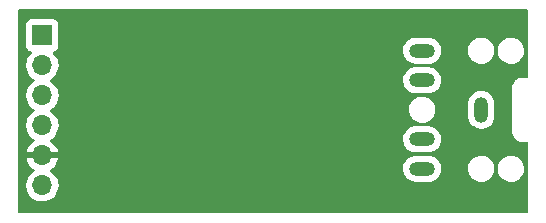
<source format=gbl>
%TF.GenerationSoftware,KiCad,Pcbnew,(6.0.5)*%
%TF.CreationDate,2024-01-21T09:56:38+01:00*%
%TF.ProjectId,pmod_audio_mono,706d6f64-5f61-4756-9469-6f5f6d6f6e6f,rev?*%
%TF.SameCoordinates,Original*%
%TF.FileFunction,Copper,L2,Bot*%
%TF.FilePolarity,Positive*%
%FSLAX46Y46*%
G04 Gerber Fmt 4.6, Leading zero omitted, Abs format (unit mm)*
G04 Created by KiCad (PCBNEW (6.0.5)) date 2024-01-21 09:56:38*
%MOMM*%
%LPD*%
G01*
G04 APERTURE LIST*
%TA.AperFunction,ComponentPad*%
%ADD10R,1.700000X1.700000*%
%TD*%
%TA.AperFunction,ComponentPad*%
%ADD11O,1.700000X1.700000*%
%TD*%
%TA.AperFunction,ComponentPad*%
%ADD12O,2.200000X1.200000*%
%TD*%
%TA.AperFunction,ComponentPad*%
%ADD13O,1.200000X2.200000*%
%TD*%
%TA.AperFunction,ViaPad*%
%ADD14C,0.800000*%
%TD*%
G04 APERTURE END LIST*
D10*
%TO.P,PMOD1,1,IO0*%
%TO.N,Net-(PMOD1-Pad1)*%
X134850000Y-92710000D03*
D11*
%TO.P,PMOD1,2,IO1*%
%TO.N,Net-(PMOD1-Pad2)*%
X134850000Y-95250000D03*
%TO.P,PMOD1,3,IO2*%
%TO.N,Net-(PMOD1-Pad3)*%
X134850000Y-97790000D03*
%TO.P,PMOD1,4,IO3*%
%TO.N,Net-(PMOD1-Pad4)*%
X134850000Y-100330000D03*
%TO.P,PMOD1,5,GND*%
%TO.N,GND*%
X134850000Y-102870000D03*
%TO.P,PMOD1,6,VCC*%
%TO.N,unconnected-(PMOD1-Pad6)*%
X134850000Y-105410000D03*
%TD*%
D12*
%TO.P,J1,R*%
%TO.N,Net-(J1-PadR)*%
X167000000Y-104000000D03*
%TO.P,J1,RN*%
%TO.N,unconnected-(J1-PadRN)*%
X167000000Y-101500000D03*
D13*
%TO.P,J1,S*%
%TO.N,Net-(J1-PadS)*%
X172000000Y-99000000D03*
D12*
%TO.P,J1,T*%
%TO.N,Net-(J1-PadT)*%
X167000000Y-94000000D03*
%TO.P,J1,TN*%
%TO.N,unconnected-(J1-PadTN)*%
X167000000Y-96500000D03*
%TD*%
D14*
%TO.N,GND*%
X156500000Y-96500000D03*
X156500000Y-102750000D03*
X159250000Y-103750000D03*
X140750000Y-101250000D03*
%TD*%
%TA.AperFunction,Conductor*%
%TO.N,GND*%
G36*
X175933621Y-90528502D02*
G01*
X175980114Y-90582158D01*
X175991500Y-90634500D01*
X175991500Y-96165500D01*
X175971498Y-96233621D01*
X175917842Y-96280114D01*
X175865500Y-96291500D01*
X175553250Y-96291500D01*
X175532345Y-96289754D01*
X175517344Y-96287230D01*
X175517341Y-96287230D01*
X175512552Y-96286424D01*
X175506276Y-96286348D01*
X175504859Y-96286330D01*
X175504856Y-96286330D01*
X175500000Y-96286271D01*
X175484110Y-96288547D01*
X175478606Y-96289211D01*
X175374310Y-96299483D01*
X175321903Y-96304645D01*
X175150650Y-96356594D01*
X175145195Y-96359510D01*
X175145192Y-96359511D01*
X175138053Y-96363327D01*
X174992822Y-96440955D01*
X174988032Y-96444886D01*
X174894316Y-96521797D01*
X174854485Y-96554485D01*
X174740955Y-96692822D01*
X174738035Y-96698285D01*
X174661807Y-96840898D01*
X174656594Y-96850650D01*
X174604645Y-97021903D01*
X174598721Y-97082049D01*
X174590504Y-97165482D01*
X174589611Y-97172519D01*
X174586309Y-97193724D01*
X174587115Y-97199888D01*
X174587104Y-97200000D01*
X174587130Y-97200000D01*
X174588803Y-97212796D01*
X174588803Y-97212797D01*
X174590436Y-97225283D01*
X174591500Y-97241620D01*
X174591500Y-100750633D01*
X174590000Y-100770018D01*
X174587690Y-100784851D01*
X174587690Y-100784855D01*
X174586309Y-100793724D01*
X174587130Y-100800000D01*
X174587104Y-100800000D01*
X174587461Y-100803625D01*
X174587461Y-100803630D01*
X174599240Y-100923218D01*
X174604645Y-100978097D01*
X174656594Y-101149350D01*
X174740955Y-101307178D01*
X174854485Y-101445515D01*
X174992822Y-101559045D01*
X174998285Y-101561965D01*
X175145192Y-101640489D01*
X175145195Y-101640490D01*
X175150650Y-101643406D01*
X175321903Y-101695355D01*
X175455677Y-101708531D01*
X175464217Y-101709668D01*
X175476010Y-101711652D01*
X175482656Y-101712770D01*
X175482658Y-101712770D01*
X175487448Y-101713576D01*
X175493724Y-101713653D01*
X175495140Y-101713670D01*
X175495143Y-101713670D01*
X175500000Y-101713729D01*
X175527624Y-101709773D01*
X175545486Y-101708500D01*
X175865500Y-101708500D01*
X175933621Y-101728502D01*
X175980114Y-101782158D01*
X175991500Y-101834500D01*
X175991500Y-107615500D01*
X175971498Y-107683621D01*
X175917842Y-107730114D01*
X175865500Y-107741500D01*
X132884500Y-107741500D01*
X132816379Y-107721498D01*
X132769886Y-107667842D01*
X132758500Y-107615500D01*
X132758500Y-105376695D01*
X133487251Y-105376695D01*
X133487548Y-105381848D01*
X133487548Y-105381851D01*
X133493011Y-105476590D01*
X133500110Y-105599715D01*
X133501247Y-105604761D01*
X133501248Y-105604767D01*
X133521119Y-105692939D01*
X133549222Y-105817639D01*
X133633266Y-106024616D01*
X133749987Y-106215088D01*
X133896250Y-106383938D01*
X134068126Y-106526632D01*
X134261000Y-106639338D01*
X134469692Y-106719030D01*
X134474760Y-106720061D01*
X134474763Y-106720062D01*
X134582017Y-106741883D01*
X134688597Y-106763567D01*
X134693772Y-106763757D01*
X134693774Y-106763757D01*
X134906673Y-106771564D01*
X134906677Y-106771564D01*
X134911837Y-106771753D01*
X134916957Y-106771097D01*
X134916959Y-106771097D01*
X135128288Y-106744025D01*
X135128289Y-106744025D01*
X135133416Y-106743368D01*
X135138366Y-106741883D01*
X135342429Y-106680661D01*
X135342434Y-106680659D01*
X135347384Y-106679174D01*
X135547994Y-106580896D01*
X135729860Y-106451173D01*
X135888096Y-106293489D01*
X135947594Y-106210689D01*
X136015435Y-106116277D01*
X136018453Y-106112077D01*
X136117430Y-105911811D01*
X136182370Y-105698069D01*
X136211529Y-105476590D01*
X136213156Y-105410000D01*
X136194852Y-105187361D01*
X136140431Y-104970702D01*
X136051354Y-104765840D01*
X135930014Y-104578277D01*
X135779670Y-104413051D01*
X135775619Y-104409852D01*
X135775615Y-104409848D01*
X135608414Y-104277800D01*
X135608410Y-104277798D01*
X135604359Y-104274598D01*
X135562569Y-104251529D01*
X135512598Y-104201097D01*
X135497826Y-104131654D01*
X135522942Y-104065248D01*
X135550294Y-104038641D01*
X135680729Y-103945604D01*
X165387787Y-103945604D01*
X165397567Y-104156899D01*
X165398971Y-104162724D01*
X165398971Y-104162725D01*
X165425331Y-104272101D01*
X165447125Y-104362534D01*
X165449607Y-104367992D01*
X165449608Y-104367996D01*
X165493053Y-104463546D01*
X165534674Y-104555087D01*
X165657054Y-104727611D01*
X165809850Y-104873881D01*
X165987548Y-104988620D01*
X165993114Y-104990863D01*
X166178168Y-105065442D01*
X166178171Y-105065443D01*
X166183737Y-105067686D01*
X166391337Y-105108228D01*
X166396899Y-105108500D01*
X167552846Y-105108500D01*
X167710566Y-105093452D01*
X167913534Y-105033908D01*
X167997111Y-104990863D01*
X168096249Y-104939804D01*
X168096252Y-104939802D01*
X168101580Y-104937058D01*
X168267920Y-104806396D01*
X168271852Y-104801865D01*
X168271855Y-104801862D01*
X168402621Y-104651167D01*
X168406552Y-104646637D01*
X168409552Y-104641451D01*
X168409555Y-104641447D01*
X168509467Y-104468742D01*
X168512473Y-104463546D01*
X168581861Y-104263729D01*
X168598219Y-104150909D01*
X168611352Y-104060336D01*
X168611352Y-104060333D01*
X168612213Y-104054396D01*
X168607177Y-103945604D01*
X170887787Y-103945604D01*
X170897567Y-104156899D01*
X170898971Y-104162724D01*
X170898971Y-104162725D01*
X170925331Y-104272101D01*
X170947125Y-104362534D01*
X170949607Y-104367992D01*
X170949608Y-104367996D01*
X170993053Y-104463546D01*
X171034674Y-104555087D01*
X171157054Y-104727611D01*
X171309850Y-104873881D01*
X171487548Y-104988620D01*
X171493114Y-104990863D01*
X171678168Y-105065442D01*
X171678171Y-105065443D01*
X171683737Y-105067686D01*
X171891337Y-105108228D01*
X171896899Y-105108500D01*
X172052846Y-105108500D01*
X172210566Y-105093452D01*
X172413534Y-105033908D01*
X172497111Y-104990863D01*
X172596249Y-104939804D01*
X172596252Y-104939802D01*
X172601580Y-104937058D01*
X172767920Y-104806396D01*
X172771852Y-104801865D01*
X172771855Y-104801862D01*
X172902621Y-104651167D01*
X172906552Y-104646637D01*
X172909552Y-104641451D01*
X172909555Y-104641447D01*
X173009467Y-104468742D01*
X173012473Y-104463546D01*
X173081861Y-104263729D01*
X173098219Y-104150909D01*
X173111352Y-104060336D01*
X173111352Y-104060333D01*
X173112213Y-104054396D01*
X173107177Y-103945604D01*
X173387787Y-103945604D01*
X173397567Y-104156899D01*
X173398971Y-104162724D01*
X173398971Y-104162725D01*
X173425331Y-104272101D01*
X173447125Y-104362534D01*
X173449607Y-104367992D01*
X173449608Y-104367996D01*
X173493053Y-104463546D01*
X173534674Y-104555087D01*
X173657054Y-104727611D01*
X173809850Y-104873881D01*
X173987548Y-104988620D01*
X173993114Y-104990863D01*
X174178168Y-105065442D01*
X174178171Y-105065443D01*
X174183737Y-105067686D01*
X174391337Y-105108228D01*
X174396899Y-105108500D01*
X174552846Y-105108500D01*
X174710566Y-105093452D01*
X174913534Y-105033908D01*
X174997111Y-104990863D01*
X175096249Y-104939804D01*
X175096252Y-104939802D01*
X175101580Y-104937058D01*
X175267920Y-104806396D01*
X175271852Y-104801865D01*
X175271855Y-104801862D01*
X175402621Y-104651167D01*
X175406552Y-104646637D01*
X175409552Y-104641451D01*
X175409555Y-104641447D01*
X175509467Y-104468742D01*
X175512473Y-104463546D01*
X175581861Y-104263729D01*
X175598219Y-104150909D01*
X175611352Y-104060336D01*
X175611352Y-104060333D01*
X175612213Y-104054396D01*
X175602433Y-103843101D01*
X175552875Y-103637466D01*
X175509525Y-103542122D01*
X175498084Y-103516959D01*
X175465326Y-103444913D01*
X175342946Y-103272389D01*
X175190150Y-103126119D01*
X175012452Y-103011380D01*
X174952354Y-102987160D01*
X174821832Y-102934558D01*
X174821829Y-102934557D01*
X174816263Y-102932314D01*
X174608663Y-102891772D01*
X174603101Y-102891500D01*
X174447154Y-102891500D01*
X174289434Y-102906548D01*
X174086466Y-102966092D01*
X174081139Y-102968836D01*
X174081138Y-102968836D01*
X173903751Y-103060196D01*
X173903748Y-103060198D01*
X173898420Y-103062942D01*
X173732080Y-103193604D01*
X173728148Y-103198135D01*
X173728145Y-103198138D01*
X173663664Y-103272446D01*
X173593448Y-103353363D01*
X173590448Y-103358549D01*
X173590445Y-103358553D01*
X173543312Y-103440026D01*
X173487527Y-103536454D01*
X173418139Y-103736271D01*
X173417278Y-103742206D01*
X173417278Y-103742208D01*
X173392400Y-103913792D01*
X173387787Y-103945604D01*
X173107177Y-103945604D01*
X173102433Y-103843101D01*
X173052875Y-103637466D01*
X173009525Y-103542122D01*
X172998084Y-103516959D01*
X172965326Y-103444913D01*
X172842946Y-103272389D01*
X172690150Y-103126119D01*
X172512452Y-103011380D01*
X172452354Y-102987160D01*
X172321832Y-102934558D01*
X172321829Y-102934557D01*
X172316263Y-102932314D01*
X172108663Y-102891772D01*
X172103101Y-102891500D01*
X171947154Y-102891500D01*
X171789434Y-102906548D01*
X171586466Y-102966092D01*
X171581139Y-102968836D01*
X171581138Y-102968836D01*
X171403751Y-103060196D01*
X171403748Y-103060198D01*
X171398420Y-103062942D01*
X171232080Y-103193604D01*
X171228148Y-103198135D01*
X171228145Y-103198138D01*
X171163664Y-103272446D01*
X171093448Y-103353363D01*
X171090448Y-103358549D01*
X171090445Y-103358553D01*
X171043312Y-103440026D01*
X170987527Y-103536454D01*
X170918139Y-103736271D01*
X170917278Y-103742206D01*
X170917278Y-103742208D01*
X170892400Y-103913792D01*
X170887787Y-103945604D01*
X168607177Y-103945604D01*
X168602433Y-103843101D01*
X168552875Y-103637466D01*
X168509525Y-103542122D01*
X168498084Y-103516959D01*
X168465326Y-103444913D01*
X168342946Y-103272389D01*
X168190150Y-103126119D01*
X168012452Y-103011380D01*
X167952354Y-102987160D01*
X167821832Y-102934558D01*
X167821829Y-102934557D01*
X167816263Y-102932314D01*
X167608663Y-102891772D01*
X167603101Y-102891500D01*
X166447154Y-102891500D01*
X166289434Y-102906548D01*
X166086466Y-102966092D01*
X166081139Y-102968836D01*
X166081138Y-102968836D01*
X165903751Y-103060196D01*
X165903748Y-103060198D01*
X165898420Y-103062942D01*
X165732080Y-103193604D01*
X165728148Y-103198135D01*
X165728145Y-103198138D01*
X165663664Y-103272446D01*
X165593448Y-103353363D01*
X165590448Y-103358549D01*
X165590445Y-103358553D01*
X165543312Y-103440026D01*
X165487527Y-103536454D01*
X165418139Y-103736271D01*
X165417278Y-103742206D01*
X165417278Y-103742208D01*
X165392400Y-103913792D01*
X165387787Y-103945604D01*
X135680729Y-103945604D01*
X135725328Y-103913792D01*
X135733200Y-103907139D01*
X135884052Y-103756812D01*
X135890730Y-103748965D01*
X136015003Y-103576020D01*
X136020313Y-103567183D01*
X136114670Y-103376267D01*
X136118469Y-103366672D01*
X136180377Y-103162910D01*
X136182555Y-103152837D01*
X136183986Y-103141962D01*
X136181775Y-103127778D01*
X136168617Y-103124000D01*
X133533225Y-103124000D01*
X133519694Y-103127973D01*
X133518257Y-103137966D01*
X133548565Y-103272446D01*
X133551645Y-103282275D01*
X133631770Y-103479603D01*
X133636413Y-103488794D01*
X133747694Y-103670388D01*
X133753777Y-103678699D01*
X133893213Y-103839667D01*
X133900580Y-103846883D01*
X134064434Y-103982916D01*
X134072881Y-103988831D01*
X134141969Y-104029203D01*
X134190693Y-104080842D01*
X134203764Y-104150625D01*
X134177033Y-104216396D01*
X134136584Y-104249752D01*
X134123607Y-104256507D01*
X134119474Y-104259610D01*
X134119471Y-104259612D01*
X133982392Y-104362534D01*
X133944965Y-104390635D01*
X133790629Y-104552138D01*
X133787715Y-104556410D01*
X133787714Y-104556411D01*
X133726166Y-104646637D01*
X133664743Y-104736680D01*
X133649003Y-104770590D01*
X133599548Y-104877132D01*
X133570688Y-104939305D01*
X133510989Y-105154570D01*
X133487251Y-105376695D01*
X132758500Y-105376695D01*
X132758500Y-100296695D01*
X133487251Y-100296695D01*
X133487548Y-100301848D01*
X133487548Y-100301851D01*
X133495200Y-100434558D01*
X133500110Y-100519715D01*
X133501247Y-100524761D01*
X133501248Y-100524767D01*
X133525024Y-100630264D01*
X133549222Y-100737639D01*
X133633266Y-100944616D01*
X133749987Y-101135088D01*
X133896250Y-101303938D01*
X134068126Y-101446632D01*
X134141955Y-101489774D01*
X134190679Y-101541412D01*
X134203750Y-101611195D01*
X134177019Y-101676967D01*
X134136562Y-101710327D01*
X134128457Y-101714546D01*
X134119738Y-101720036D01*
X133949433Y-101847905D01*
X133941726Y-101854748D01*
X133794590Y-102008717D01*
X133788104Y-102016727D01*
X133668098Y-102192649D01*
X133663000Y-102201623D01*
X133573338Y-102394783D01*
X133569775Y-102404470D01*
X133514389Y-102604183D01*
X133515912Y-102612607D01*
X133528292Y-102616000D01*
X136168344Y-102616000D01*
X136181875Y-102612027D01*
X136183180Y-102602947D01*
X136141214Y-102435875D01*
X136137894Y-102426124D01*
X136052972Y-102230814D01*
X136048105Y-102221739D01*
X135932426Y-102042926D01*
X135926136Y-102034757D01*
X135782806Y-101877240D01*
X135775273Y-101870215D01*
X135608139Y-101738222D01*
X135599556Y-101732520D01*
X135562602Y-101712120D01*
X135512631Y-101661687D01*
X135497859Y-101592245D01*
X135522975Y-101525839D01*
X135550327Y-101499232D01*
X135620130Y-101449442D01*
X135625511Y-101445604D01*
X165387787Y-101445604D01*
X165397567Y-101656899D01*
X165398971Y-101662724D01*
X165398971Y-101662725D01*
X165445249Y-101854748D01*
X165447125Y-101862534D01*
X165449607Y-101867992D01*
X165449608Y-101867996D01*
X165493053Y-101963546D01*
X165534674Y-102055087D01*
X165657054Y-102227611D01*
X165809850Y-102373881D01*
X165987548Y-102488620D01*
X165993114Y-102490863D01*
X166178168Y-102565442D01*
X166178171Y-102565443D01*
X166183737Y-102567686D01*
X166391337Y-102608228D01*
X166396899Y-102608500D01*
X167552846Y-102608500D01*
X167710566Y-102593452D01*
X167913534Y-102533908D01*
X167997111Y-102490863D01*
X168096249Y-102439804D01*
X168096252Y-102439802D01*
X168101580Y-102437058D01*
X168267920Y-102306396D01*
X168271852Y-102301865D01*
X168271855Y-102301862D01*
X168402621Y-102151167D01*
X168406552Y-102146637D01*
X168409552Y-102141451D01*
X168409555Y-102141447D01*
X168509467Y-101968742D01*
X168512473Y-101963546D01*
X168581861Y-101763729D01*
X168582722Y-101757792D01*
X168611352Y-101560336D01*
X168611352Y-101560333D01*
X168612213Y-101554396D01*
X168602433Y-101343101D01*
X168569917Y-101208180D01*
X168554281Y-101143299D01*
X168554280Y-101143297D01*
X168552875Y-101137466D01*
X168549608Y-101130279D01*
X168467806Y-100950368D01*
X168465326Y-100944913D01*
X168342946Y-100772389D01*
X168190150Y-100626119D01*
X168012452Y-100511380D01*
X167952354Y-100487160D01*
X167821832Y-100434558D01*
X167821829Y-100434557D01*
X167816263Y-100432314D01*
X167608663Y-100391772D01*
X167603101Y-100391500D01*
X166447154Y-100391500D01*
X166289434Y-100406548D01*
X166086466Y-100466092D01*
X166081139Y-100468836D01*
X166081138Y-100468836D01*
X165903751Y-100560196D01*
X165903748Y-100560198D01*
X165898420Y-100562942D01*
X165732080Y-100693604D01*
X165728148Y-100698135D01*
X165728145Y-100698138D01*
X165659474Y-100777275D01*
X165593448Y-100853363D01*
X165590448Y-100858549D01*
X165590445Y-100858553D01*
X165540485Y-100944913D01*
X165487527Y-101036454D01*
X165418139Y-101236271D01*
X165387787Y-101445604D01*
X135625511Y-101445604D01*
X135729860Y-101371173D01*
X135888096Y-101213489D01*
X135947594Y-101130689D01*
X136015435Y-101036277D01*
X136018453Y-101032077D01*
X136039136Y-100990229D01*
X136115136Y-100836453D01*
X136115137Y-100836451D01*
X136117430Y-100831811D01*
X136182370Y-100618069D01*
X136211529Y-100396590D01*
X136211611Y-100393240D01*
X136213074Y-100333365D01*
X136213074Y-100333361D01*
X136213156Y-100330000D01*
X136194852Y-100107361D01*
X136140431Y-99890702D01*
X136051354Y-99685840D01*
X135930014Y-99498277D01*
X135779670Y-99333051D01*
X135775619Y-99329852D01*
X135775615Y-99329848D01*
X135608414Y-99197800D01*
X135608410Y-99197798D01*
X135604359Y-99194598D01*
X135563053Y-99171796D01*
X135513084Y-99121364D01*
X135498312Y-99051921D01*
X135523428Y-98985516D01*
X135550780Y-98958909D01*
X135569433Y-98945604D01*
X165887787Y-98945604D01*
X165897567Y-99156899D01*
X165898971Y-99162724D01*
X165898971Y-99162725D01*
X165940020Y-99333051D01*
X165947125Y-99362534D01*
X165949607Y-99367992D01*
X165949608Y-99367996D01*
X165993053Y-99463546D01*
X166034674Y-99555087D01*
X166157054Y-99727611D01*
X166309850Y-99873881D01*
X166487548Y-99988620D01*
X166493114Y-99990863D01*
X166678168Y-100065442D01*
X166678171Y-100065443D01*
X166683737Y-100067686D01*
X166891337Y-100108228D01*
X166896899Y-100108500D01*
X167052846Y-100108500D01*
X167210566Y-100093452D01*
X167413534Y-100033908D01*
X167418862Y-100031164D01*
X167596249Y-99939804D01*
X167596252Y-99939802D01*
X167601580Y-99937058D01*
X167767920Y-99806396D01*
X167771852Y-99801865D01*
X167771855Y-99801862D01*
X167902621Y-99651167D01*
X167906552Y-99646637D01*
X167909552Y-99641451D01*
X167909555Y-99641447D01*
X167960812Y-99552846D01*
X170891500Y-99552846D01*
X170906548Y-99710566D01*
X170966092Y-99913534D01*
X170968836Y-99918861D01*
X170968836Y-99918862D01*
X171058756Y-100093452D01*
X171062942Y-100101580D01*
X171193604Y-100267920D01*
X171198135Y-100271852D01*
X171198138Y-100271855D01*
X171284058Y-100346412D01*
X171353363Y-100406552D01*
X171358549Y-100409552D01*
X171358553Y-100409555D01*
X171520665Y-100503339D01*
X171536454Y-100512473D01*
X171736271Y-100581861D01*
X171742206Y-100582722D01*
X171742208Y-100582722D01*
X171939664Y-100611352D01*
X171939667Y-100611352D01*
X171945604Y-100612213D01*
X172156899Y-100602433D01*
X172305393Y-100566646D01*
X172356701Y-100554281D01*
X172356703Y-100554280D01*
X172362534Y-100552875D01*
X172367992Y-100550393D01*
X172367996Y-100550392D01*
X172547367Y-100468836D01*
X172555087Y-100465326D01*
X172727611Y-100342946D01*
X172873881Y-100190150D01*
X172988620Y-100012452D01*
X173017898Y-99939804D01*
X173065442Y-99821832D01*
X173065443Y-99821829D01*
X173067686Y-99816263D01*
X173108228Y-99608663D01*
X173108500Y-99603101D01*
X173108500Y-98447154D01*
X173093452Y-98289434D01*
X173033908Y-98086466D01*
X172973325Y-97968836D01*
X172939804Y-97903751D01*
X172939802Y-97903748D01*
X172937058Y-97898420D01*
X172806396Y-97732080D01*
X172801865Y-97728148D01*
X172801862Y-97728145D01*
X172651167Y-97597379D01*
X172646637Y-97593448D01*
X172641451Y-97590448D01*
X172641447Y-97590445D01*
X172468742Y-97490533D01*
X172463546Y-97487527D01*
X172263729Y-97418139D01*
X172257794Y-97417278D01*
X172257792Y-97417278D01*
X172060336Y-97388648D01*
X172060333Y-97388648D01*
X172054396Y-97387787D01*
X171843101Y-97397567D01*
X171711923Y-97429181D01*
X171643299Y-97445719D01*
X171643297Y-97445720D01*
X171637466Y-97447125D01*
X171632008Y-97449607D01*
X171632004Y-97449608D01*
X171541270Y-97490863D01*
X171444913Y-97534674D01*
X171272389Y-97657054D01*
X171126119Y-97809850D01*
X171011380Y-97987548D01*
X170987160Y-98047646D01*
X170955535Y-98126119D01*
X170932314Y-98183737D01*
X170891772Y-98391337D01*
X170891500Y-98396899D01*
X170891500Y-99552846D01*
X167960812Y-99552846D01*
X168009467Y-99468742D01*
X168012473Y-99463546D01*
X168081861Y-99263729D01*
X168092246Y-99192104D01*
X168111352Y-99060336D01*
X168111352Y-99060333D01*
X168112213Y-99054396D01*
X168102433Y-98843101D01*
X168052875Y-98637466D01*
X168009525Y-98542122D01*
X167967806Y-98450368D01*
X167965326Y-98444913D01*
X167842946Y-98272389D01*
X167690150Y-98126119D01*
X167512452Y-98011380D01*
X167446416Y-97984767D01*
X167321832Y-97934558D01*
X167321829Y-97934557D01*
X167316263Y-97932314D01*
X167108663Y-97891772D01*
X167103101Y-97891500D01*
X166947154Y-97891500D01*
X166789434Y-97906548D01*
X166586466Y-97966092D01*
X166581139Y-97968836D01*
X166581138Y-97968836D01*
X166403751Y-98060196D01*
X166403748Y-98060198D01*
X166398420Y-98062942D01*
X166232080Y-98193604D01*
X166228148Y-98198135D01*
X166228145Y-98198138D01*
X166151159Y-98286857D01*
X166093448Y-98353363D01*
X166090448Y-98358549D01*
X166090445Y-98358553D01*
X166013200Y-98492077D01*
X165987527Y-98536454D01*
X165918139Y-98736271D01*
X165917278Y-98742206D01*
X165917278Y-98742208D01*
X165893438Y-98906632D01*
X165887787Y-98945604D01*
X135569433Y-98945604D01*
X135594603Y-98927650D01*
X135729860Y-98831173D01*
X135888096Y-98673489D01*
X135947594Y-98590689D01*
X136015435Y-98496277D01*
X136018453Y-98492077D01*
X136066065Y-98395742D01*
X136115136Y-98296453D01*
X136115137Y-98296451D01*
X136117430Y-98291811D01*
X136150266Y-98183737D01*
X136180865Y-98083023D01*
X136180865Y-98083021D01*
X136182370Y-98078069D01*
X136211529Y-97856590D01*
X136213156Y-97790000D01*
X136194852Y-97567361D01*
X136140431Y-97350702D01*
X136051354Y-97145840D01*
X135930014Y-96958277D01*
X135779670Y-96793051D01*
X135775619Y-96789852D01*
X135775615Y-96789848D01*
X135608414Y-96657800D01*
X135608410Y-96657798D01*
X135604359Y-96654598D01*
X135563053Y-96631796D01*
X135513084Y-96581364D01*
X135498312Y-96511921D01*
X135523395Y-96445604D01*
X165387787Y-96445604D01*
X165397567Y-96656899D01*
X165398971Y-96662724D01*
X165398971Y-96662725D01*
X165445689Y-96856574D01*
X165447125Y-96862534D01*
X165449607Y-96867992D01*
X165449608Y-96867996D01*
X165490657Y-96958277D01*
X165534674Y-97055087D01*
X165657054Y-97227611D01*
X165809850Y-97373881D01*
X165987548Y-97488620D01*
X165993114Y-97490863D01*
X166178168Y-97565442D01*
X166178171Y-97565443D01*
X166183737Y-97567686D01*
X166391337Y-97608228D01*
X166396899Y-97608500D01*
X167552846Y-97608500D01*
X167710566Y-97593452D01*
X167913534Y-97533908D01*
X167997752Y-97490533D01*
X168096249Y-97439804D01*
X168096252Y-97439802D01*
X168101580Y-97437058D01*
X168267920Y-97306396D01*
X168271852Y-97301865D01*
X168271855Y-97301862D01*
X168402621Y-97151167D01*
X168406552Y-97146637D01*
X168409552Y-97141451D01*
X168409555Y-97141447D01*
X168509467Y-96968742D01*
X168512473Y-96963546D01*
X168581861Y-96763729D01*
X168586711Y-96730279D01*
X168611352Y-96560336D01*
X168611352Y-96560333D01*
X168612213Y-96554396D01*
X168602433Y-96343101D01*
X168552875Y-96137466D01*
X168549159Y-96129292D01*
X168467806Y-95950368D01*
X168465326Y-95944913D01*
X168342946Y-95772389D01*
X168190150Y-95626119D01*
X168012452Y-95511380D01*
X167952354Y-95487160D01*
X167821832Y-95434558D01*
X167821829Y-95434557D01*
X167816263Y-95432314D01*
X167608663Y-95391772D01*
X167603101Y-95391500D01*
X166447154Y-95391500D01*
X166289434Y-95406548D01*
X166086466Y-95466092D01*
X166081139Y-95468836D01*
X166081138Y-95468836D01*
X165903751Y-95560196D01*
X165903748Y-95560198D01*
X165898420Y-95562942D01*
X165732080Y-95693604D01*
X165728148Y-95698135D01*
X165728145Y-95698138D01*
X165659474Y-95777275D01*
X165593448Y-95853363D01*
X165590448Y-95858549D01*
X165590445Y-95858553D01*
X165496661Y-96020665D01*
X165487527Y-96036454D01*
X165418139Y-96236271D01*
X165417278Y-96242206D01*
X165417278Y-96242208D01*
X165391370Y-96420896D01*
X165387787Y-96445604D01*
X135523395Y-96445604D01*
X135523428Y-96445516D01*
X135550780Y-96418909D01*
X135594603Y-96387650D01*
X135729860Y-96291173D01*
X135778997Y-96242208D01*
X135855973Y-96165500D01*
X135888096Y-96133489D01*
X135947594Y-96050689D01*
X136015435Y-95956277D01*
X136018453Y-95952077D01*
X136117430Y-95751811D01*
X136182370Y-95538069D01*
X136211529Y-95316590D01*
X136213156Y-95250000D01*
X136194852Y-95027361D01*
X136140431Y-94810702D01*
X136051354Y-94605840D01*
X135930014Y-94418277D01*
X135926532Y-94414450D01*
X135782798Y-94256488D01*
X135751746Y-94192642D01*
X135760141Y-94122143D01*
X135805317Y-94067375D01*
X135831761Y-94053706D01*
X135938297Y-94013767D01*
X135946705Y-94010615D01*
X136033449Y-93945604D01*
X165387787Y-93945604D01*
X165397567Y-94156899D01*
X165398971Y-94162724D01*
X165398971Y-94162725D01*
X165420740Y-94253051D01*
X165447125Y-94362534D01*
X165449607Y-94367992D01*
X165449608Y-94367996D01*
X165493053Y-94463546D01*
X165534674Y-94555087D01*
X165657054Y-94727611D01*
X165809850Y-94873881D01*
X165987548Y-94988620D01*
X165993114Y-94990863D01*
X166178168Y-95065442D01*
X166178171Y-95065443D01*
X166183737Y-95067686D01*
X166391337Y-95108228D01*
X166396899Y-95108500D01*
X167552846Y-95108500D01*
X167710566Y-95093452D01*
X167913534Y-95033908D01*
X167935991Y-95022342D01*
X168096249Y-94939804D01*
X168096252Y-94939802D01*
X168101580Y-94937058D01*
X168267920Y-94806396D01*
X168271852Y-94801865D01*
X168271855Y-94801862D01*
X168402621Y-94651167D01*
X168406552Y-94646637D01*
X168409552Y-94641451D01*
X168409555Y-94641447D01*
X168509467Y-94468742D01*
X168512473Y-94463546D01*
X168581861Y-94263729D01*
X168586304Y-94233087D01*
X168611352Y-94060336D01*
X168611352Y-94060333D01*
X168612213Y-94054396D01*
X168607177Y-93945604D01*
X170887787Y-93945604D01*
X170897567Y-94156899D01*
X170898971Y-94162724D01*
X170898971Y-94162725D01*
X170920740Y-94253051D01*
X170947125Y-94362534D01*
X170949607Y-94367992D01*
X170949608Y-94367996D01*
X170993053Y-94463546D01*
X171034674Y-94555087D01*
X171157054Y-94727611D01*
X171309850Y-94873881D01*
X171487548Y-94988620D01*
X171493114Y-94990863D01*
X171678168Y-95065442D01*
X171678171Y-95065443D01*
X171683737Y-95067686D01*
X171891337Y-95108228D01*
X171896899Y-95108500D01*
X172052846Y-95108500D01*
X172210566Y-95093452D01*
X172413534Y-95033908D01*
X172435991Y-95022342D01*
X172596249Y-94939804D01*
X172596252Y-94939802D01*
X172601580Y-94937058D01*
X172767920Y-94806396D01*
X172771852Y-94801865D01*
X172771855Y-94801862D01*
X172902621Y-94651167D01*
X172906552Y-94646637D01*
X172909552Y-94641451D01*
X172909555Y-94641447D01*
X173009467Y-94468742D01*
X173012473Y-94463546D01*
X173081861Y-94263729D01*
X173086304Y-94233087D01*
X173111352Y-94060336D01*
X173111352Y-94060333D01*
X173112213Y-94054396D01*
X173107177Y-93945604D01*
X173387787Y-93945604D01*
X173397567Y-94156899D01*
X173398971Y-94162724D01*
X173398971Y-94162725D01*
X173420740Y-94253051D01*
X173447125Y-94362534D01*
X173449607Y-94367992D01*
X173449608Y-94367996D01*
X173493053Y-94463546D01*
X173534674Y-94555087D01*
X173657054Y-94727611D01*
X173809850Y-94873881D01*
X173987548Y-94988620D01*
X173993114Y-94990863D01*
X174178168Y-95065442D01*
X174178171Y-95065443D01*
X174183737Y-95067686D01*
X174391337Y-95108228D01*
X174396899Y-95108500D01*
X174552846Y-95108500D01*
X174710566Y-95093452D01*
X174913534Y-95033908D01*
X174935991Y-95022342D01*
X175096249Y-94939804D01*
X175096252Y-94939802D01*
X175101580Y-94937058D01*
X175267920Y-94806396D01*
X175271852Y-94801865D01*
X175271855Y-94801862D01*
X175402621Y-94651167D01*
X175406552Y-94646637D01*
X175409552Y-94641451D01*
X175409555Y-94641447D01*
X175509467Y-94468742D01*
X175512473Y-94463546D01*
X175581861Y-94263729D01*
X175586304Y-94233087D01*
X175611352Y-94060336D01*
X175611352Y-94060333D01*
X175612213Y-94054396D01*
X175602433Y-93843101D01*
X175552875Y-93637466D01*
X175539539Y-93608134D01*
X175467806Y-93450368D01*
X175465326Y-93444913D01*
X175342946Y-93272389D01*
X175190150Y-93126119D01*
X175012452Y-93011380D01*
X174952354Y-92987160D01*
X174821832Y-92934558D01*
X174821829Y-92934557D01*
X174816263Y-92932314D01*
X174608663Y-92891772D01*
X174603101Y-92891500D01*
X174447154Y-92891500D01*
X174289434Y-92906548D01*
X174086466Y-92966092D01*
X174081139Y-92968836D01*
X174081138Y-92968836D01*
X173903751Y-93060196D01*
X173903748Y-93060198D01*
X173898420Y-93062942D01*
X173732080Y-93193604D01*
X173728148Y-93198135D01*
X173728145Y-93198138D01*
X173659474Y-93277275D01*
X173593448Y-93353363D01*
X173590448Y-93358549D01*
X173590445Y-93358553D01*
X173543312Y-93440026D01*
X173487527Y-93536454D01*
X173418139Y-93736271D01*
X173417278Y-93742206D01*
X173417278Y-93742208D01*
X173391027Y-93923261D01*
X173387787Y-93945604D01*
X173107177Y-93945604D01*
X173102433Y-93843101D01*
X173052875Y-93637466D01*
X173039539Y-93608134D01*
X172967806Y-93450368D01*
X172965326Y-93444913D01*
X172842946Y-93272389D01*
X172690150Y-93126119D01*
X172512452Y-93011380D01*
X172452354Y-92987160D01*
X172321832Y-92934558D01*
X172321829Y-92934557D01*
X172316263Y-92932314D01*
X172108663Y-92891772D01*
X172103101Y-92891500D01*
X171947154Y-92891500D01*
X171789434Y-92906548D01*
X171586466Y-92966092D01*
X171581139Y-92968836D01*
X171581138Y-92968836D01*
X171403751Y-93060196D01*
X171403748Y-93060198D01*
X171398420Y-93062942D01*
X171232080Y-93193604D01*
X171228148Y-93198135D01*
X171228145Y-93198138D01*
X171159474Y-93277275D01*
X171093448Y-93353363D01*
X171090448Y-93358549D01*
X171090445Y-93358553D01*
X171043312Y-93440026D01*
X170987527Y-93536454D01*
X170918139Y-93736271D01*
X170917278Y-93742206D01*
X170917278Y-93742208D01*
X170891027Y-93923261D01*
X170887787Y-93945604D01*
X168607177Y-93945604D01*
X168602433Y-93843101D01*
X168552875Y-93637466D01*
X168539539Y-93608134D01*
X168467806Y-93450368D01*
X168465326Y-93444913D01*
X168342946Y-93272389D01*
X168190150Y-93126119D01*
X168012452Y-93011380D01*
X167952354Y-92987160D01*
X167821832Y-92934558D01*
X167821829Y-92934557D01*
X167816263Y-92932314D01*
X167608663Y-92891772D01*
X167603101Y-92891500D01*
X166447154Y-92891500D01*
X166289434Y-92906548D01*
X166086466Y-92966092D01*
X166081139Y-92968836D01*
X166081138Y-92968836D01*
X165903751Y-93060196D01*
X165903748Y-93060198D01*
X165898420Y-93062942D01*
X165732080Y-93193604D01*
X165728148Y-93198135D01*
X165728145Y-93198138D01*
X165659474Y-93277275D01*
X165593448Y-93353363D01*
X165590448Y-93358549D01*
X165590445Y-93358553D01*
X165543312Y-93440026D01*
X165487527Y-93536454D01*
X165418139Y-93736271D01*
X165417278Y-93742206D01*
X165417278Y-93742208D01*
X165391027Y-93923261D01*
X165387787Y-93945604D01*
X136033449Y-93945604D01*
X136063261Y-93923261D01*
X136150615Y-93806705D01*
X136201745Y-93670316D01*
X136208500Y-93608134D01*
X136208500Y-91811866D01*
X136201745Y-91749684D01*
X136150615Y-91613295D01*
X136063261Y-91496739D01*
X135946705Y-91409385D01*
X135810316Y-91358255D01*
X135748134Y-91351500D01*
X133951866Y-91351500D01*
X133889684Y-91358255D01*
X133753295Y-91409385D01*
X133636739Y-91496739D01*
X133549385Y-91613295D01*
X133498255Y-91749684D01*
X133491500Y-91811866D01*
X133491500Y-93608134D01*
X133498255Y-93670316D01*
X133549385Y-93806705D01*
X133636739Y-93923261D01*
X133753295Y-94010615D01*
X133761704Y-94013767D01*
X133761705Y-94013768D01*
X133870451Y-94054535D01*
X133927216Y-94097176D01*
X133951916Y-94163738D01*
X133936709Y-94233087D01*
X133917316Y-94259568D01*
X133790629Y-94392138D01*
X133664743Y-94576680D01*
X133570688Y-94779305D01*
X133510989Y-94994570D01*
X133487251Y-95216695D01*
X133487548Y-95221848D01*
X133487548Y-95221851D01*
X133493011Y-95316590D01*
X133500110Y-95439715D01*
X133501247Y-95444761D01*
X133501248Y-95444767D01*
X133516994Y-95514633D01*
X133549222Y-95657639D01*
X133587461Y-95751811D01*
X133628697Y-95853363D01*
X133633266Y-95864616D01*
X133749987Y-96055088D01*
X133896250Y-96223938D01*
X134068126Y-96366632D01*
X134138595Y-96407811D01*
X134141445Y-96409476D01*
X134190169Y-96461114D01*
X134203240Y-96530897D01*
X134176509Y-96596669D01*
X134136055Y-96630027D01*
X134123607Y-96636507D01*
X134119474Y-96639610D01*
X134119471Y-96639612D01*
X133949100Y-96767530D01*
X133944965Y-96770635D01*
X133790629Y-96932138D01*
X133787715Y-96936410D01*
X133787714Y-96936411D01*
X133733440Y-97015974D01*
X133664743Y-97116680D01*
X133649003Y-97150590D01*
X133575483Y-97308976D01*
X133570688Y-97319305D01*
X133510989Y-97534570D01*
X133487251Y-97756695D01*
X133487548Y-97761848D01*
X133487548Y-97761851D01*
X133499483Y-97968836D01*
X133500110Y-97979715D01*
X133501247Y-97984761D01*
X133501248Y-97984767D01*
X133507246Y-98011380D01*
X133549222Y-98197639D01*
X133586496Y-98289434D01*
X133630763Y-98398451D01*
X133633266Y-98404616D01*
X133635965Y-98409020D01*
X133717530Y-98542122D01*
X133749987Y-98595088D01*
X133896250Y-98763938D01*
X134068126Y-98906632D01*
X134124654Y-98939664D01*
X134141445Y-98949476D01*
X134190169Y-99001114D01*
X134203240Y-99070897D01*
X134176509Y-99136669D01*
X134136055Y-99170027D01*
X134123607Y-99176507D01*
X134119474Y-99179610D01*
X134119471Y-99179612D01*
X134095247Y-99197800D01*
X133944965Y-99310635D01*
X133790629Y-99472138D01*
X133664743Y-99656680D01*
X133570688Y-99859305D01*
X133510989Y-100074570D01*
X133487251Y-100296695D01*
X132758500Y-100296695D01*
X132758500Y-90634500D01*
X132778502Y-90566379D01*
X132832158Y-90519886D01*
X132884500Y-90508500D01*
X175865500Y-90508500D01*
X175933621Y-90528502D01*
G37*
%TD.AperFunction*%
%TD*%
M02*

</source>
